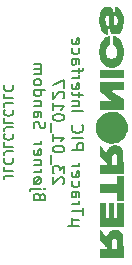
<source format=gbo>
G04 #@! TF.GenerationSoftware,KiCad,Pcbnew,(6.0.10)*
G04 #@! TF.CreationDate,2023-01-05T11:17:19+01:00*
G04 #@! TF.ProjectId,PIC_Interface,5049435f-496e-4746-9572-666163652e6b,rev?*
G04 #@! TF.SameCoordinates,Original*
G04 #@! TF.FileFunction,Legend,Bot*
G04 #@! TF.FilePolarity,Positive*
%FSLAX46Y46*%
G04 Gerber Fmt 4.6, Leading zero omitted, Abs format (unit mm)*
G04 Created by KiCad (PCBNEW (6.0.10)) date 2023-01-05 11:17:19*
%MOMM*%
%LPD*%
G01*
G04 APERTURE LIST*
G04 Aperture macros list*
%AMRoundRect*
0 Rectangle with rounded corners*
0 $1 Rounding radius*
0 $2 $3 $4 $5 $6 $7 $8 $9 X,Y pos of 4 corners*
0 Add a 4 corners polygon primitive as box body*
4,1,4,$2,$3,$4,$5,$6,$7,$8,$9,$2,$3,0*
0 Add four circle primitives for the rounded corners*
1,1,$1+$1,$2,$3*
1,1,$1+$1,$4,$5*
1,1,$1+$1,$6,$7*
1,1,$1+$1,$8,$9*
0 Add four rect primitives between the rounded corners*
20,1,$1+$1,$2,$3,$4,$5,0*
20,1,$1+$1,$4,$5,$6,$7,0*
20,1,$1+$1,$6,$7,$8,$9,0*
20,1,$1+$1,$8,$9,$2,$3,0*%
G04 Aperture macros list end*
%ADD10C,0.150000*%
%ADD11O,1.700000X2.200000*%
%ADD12R,1.700000X2.200000*%
%ADD13RoundRect,0.450000X-0.900000X-0.450000X0.900000X-0.450000X0.900000X0.450000X-0.900000X0.450000X0*%
G04 APERTURE END LIST*
D10*
X138438095Y-89695238D02*
X137866666Y-89695238D01*
X137752380Y-89733333D01*
X137676190Y-89809523D01*
X137638095Y-89923809D01*
X137638095Y-90000000D01*
X137638095Y-88933333D02*
X137638095Y-89314285D01*
X138438095Y-89314285D01*
X137714285Y-88209523D02*
X137676190Y-88247619D01*
X137638095Y-88361904D01*
X137638095Y-88438095D01*
X137676190Y-88552380D01*
X137752380Y-88628571D01*
X137828571Y-88666666D01*
X137980952Y-88704761D01*
X138095238Y-88704761D01*
X138247619Y-88666666D01*
X138323809Y-88628571D01*
X138400000Y-88552380D01*
X138438095Y-88438095D01*
X138438095Y-88361904D01*
X138400000Y-88247619D01*
X138361904Y-88209523D01*
X138438095Y-87638095D02*
X137866666Y-87638095D01*
X137752380Y-87676190D01*
X137676190Y-87752380D01*
X137638095Y-87866666D01*
X137638095Y-87942857D01*
X137638095Y-86876190D02*
X137638095Y-87257142D01*
X138438095Y-87257142D01*
X137714285Y-86152380D02*
X137676190Y-86190476D01*
X137638095Y-86304761D01*
X137638095Y-86380952D01*
X137676190Y-86495238D01*
X137752380Y-86571428D01*
X137828571Y-86609523D01*
X137980952Y-86647619D01*
X138095238Y-86647619D01*
X138247619Y-86609523D01*
X138323809Y-86571428D01*
X138400000Y-86495238D01*
X138438095Y-86380952D01*
X138438095Y-86304761D01*
X138400000Y-86190476D01*
X138361904Y-86152380D01*
X138438095Y-85580952D02*
X137866666Y-85580952D01*
X137752380Y-85619047D01*
X137676190Y-85695238D01*
X137638095Y-85809523D01*
X137638095Y-85885714D01*
X137638095Y-84819047D02*
X137638095Y-85200000D01*
X138438095Y-85200000D01*
X137714285Y-84095238D02*
X137676190Y-84133333D01*
X137638095Y-84247619D01*
X137638095Y-84323809D01*
X137676190Y-84438095D01*
X137752380Y-84514285D01*
X137828571Y-84552380D01*
X137980952Y-84590476D01*
X138095238Y-84590476D01*
X138247619Y-84552380D01*
X138323809Y-84514285D01*
X138400000Y-84438095D01*
X138438095Y-84323809D01*
X138438095Y-84247619D01*
X138400000Y-84133333D01*
X138361904Y-84095238D01*
X138438095Y-83523809D02*
X137866666Y-83523809D01*
X137752380Y-83561904D01*
X137676190Y-83638095D01*
X137638095Y-83752380D01*
X137638095Y-83828571D01*
X137638095Y-82761904D02*
X137638095Y-83142857D01*
X138438095Y-83142857D01*
X137714285Y-82038095D02*
X137676190Y-82076190D01*
X137638095Y-82190476D01*
X137638095Y-82266666D01*
X137676190Y-82380952D01*
X137752380Y-82457142D01*
X137828571Y-82495238D01*
X137980952Y-82533333D01*
X138095238Y-82533333D01*
X138247619Y-82495238D01*
X138323809Y-82457142D01*
X138400000Y-82380952D01*
X138438095Y-82266666D01*
X138438095Y-82190476D01*
X138400000Y-82076190D01*
X138361904Y-82038095D01*
X144024285Y-93904761D02*
X143024285Y-93904761D01*
X143500476Y-93428571D02*
X143405238Y-93380952D01*
X143357619Y-93285714D01*
X143500476Y-93904761D02*
X143405238Y-93857142D01*
X143357619Y-93761904D01*
X143357619Y-93571428D01*
X143405238Y-93476190D01*
X143500476Y-93428571D01*
X144024285Y-93428571D01*
X144357619Y-93000000D02*
X144357619Y-92428571D01*
X143357619Y-92714285D02*
X144357619Y-92714285D01*
X143357619Y-92095238D02*
X144024285Y-92095238D01*
X143833809Y-92095238D02*
X143929047Y-92047619D01*
X143976666Y-92000000D01*
X144024285Y-91904761D01*
X144024285Y-91809523D01*
X143357619Y-91047619D02*
X143881428Y-91047619D01*
X143976666Y-91095238D01*
X144024285Y-91190476D01*
X144024285Y-91380952D01*
X143976666Y-91476190D01*
X143405238Y-91047619D02*
X143357619Y-91142857D01*
X143357619Y-91380952D01*
X143405238Y-91476190D01*
X143500476Y-91523809D01*
X143595714Y-91523809D01*
X143690952Y-91476190D01*
X143738571Y-91380952D01*
X143738571Y-91142857D01*
X143786190Y-91047619D01*
X143405238Y-90142857D02*
X143357619Y-90238095D01*
X143357619Y-90428571D01*
X143405238Y-90523809D01*
X143452857Y-90571428D01*
X143548095Y-90619047D01*
X143833809Y-90619047D01*
X143929047Y-90571428D01*
X143976666Y-90523809D01*
X144024285Y-90428571D01*
X144024285Y-90238095D01*
X143976666Y-90142857D01*
X143405238Y-89333333D02*
X143357619Y-89428571D01*
X143357619Y-89619047D01*
X143405238Y-89714285D01*
X143500476Y-89761904D01*
X143881428Y-89761904D01*
X143976666Y-89714285D01*
X144024285Y-89619047D01*
X144024285Y-89428571D01*
X143976666Y-89333333D01*
X143881428Y-89285714D01*
X143786190Y-89285714D01*
X143690952Y-89761904D01*
X143357619Y-88857142D02*
X144024285Y-88857142D01*
X143833809Y-88857142D02*
X143929047Y-88809523D01*
X143976666Y-88761904D01*
X144024285Y-88666666D01*
X144024285Y-88571428D01*
X143357619Y-87476190D02*
X144357619Y-87476190D01*
X144357619Y-87095238D01*
X144310000Y-87000000D01*
X144262380Y-86952380D01*
X144167142Y-86904761D01*
X144024285Y-86904761D01*
X143929047Y-86952380D01*
X143881428Y-87000000D01*
X143833809Y-87095238D01*
X143833809Y-87476190D01*
X143357619Y-86476190D02*
X144357619Y-86476190D01*
X143452857Y-85428571D02*
X143405238Y-85476190D01*
X143357619Y-85619047D01*
X143357619Y-85714285D01*
X143405238Y-85857142D01*
X143500476Y-85952380D01*
X143595714Y-86000000D01*
X143786190Y-86047619D01*
X143929047Y-86047619D01*
X144119523Y-86000000D01*
X144214761Y-85952380D01*
X144310000Y-85857142D01*
X144357619Y-85714285D01*
X144357619Y-85619047D01*
X144310000Y-85476190D01*
X144262380Y-85428571D01*
X143357619Y-84238095D02*
X144357619Y-84238095D01*
X144024285Y-83761904D02*
X143357619Y-83761904D01*
X143929047Y-83761904D02*
X143976666Y-83714285D01*
X144024285Y-83619047D01*
X144024285Y-83476190D01*
X143976666Y-83380952D01*
X143881428Y-83333333D01*
X143357619Y-83333333D01*
X144024285Y-83000000D02*
X144024285Y-82619047D01*
X144357619Y-82857142D02*
X143500476Y-82857142D01*
X143405238Y-82809523D01*
X143357619Y-82714285D01*
X143357619Y-82619047D01*
X143405238Y-81904761D02*
X143357619Y-82000000D01*
X143357619Y-82190476D01*
X143405238Y-82285714D01*
X143500476Y-82333333D01*
X143881428Y-82333333D01*
X143976666Y-82285714D01*
X144024285Y-82190476D01*
X144024285Y-82000000D01*
X143976666Y-81904761D01*
X143881428Y-81857142D01*
X143786190Y-81857142D01*
X143690952Y-82333333D01*
X143357619Y-81428571D02*
X144024285Y-81428571D01*
X143833809Y-81428571D02*
X143929047Y-81380952D01*
X143976666Y-81333333D01*
X144024285Y-81238095D01*
X144024285Y-81142857D01*
X144024285Y-80952380D02*
X144024285Y-80571428D01*
X143357619Y-80809523D02*
X144214761Y-80809523D01*
X144310000Y-80761904D01*
X144357619Y-80666666D01*
X144357619Y-80571428D01*
X143357619Y-79809523D02*
X143881428Y-79809523D01*
X143976666Y-79857142D01*
X144024285Y-79952380D01*
X144024285Y-80142857D01*
X143976666Y-80238095D01*
X143405238Y-79809523D02*
X143357619Y-79904761D01*
X143357619Y-80142857D01*
X143405238Y-80238095D01*
X143500476Y-80285714D01*
X143595714Y-80285714D01*
X143690952Y-80238095D01*
X143738571Y-80142857D01*
X143738571Y-79904761D01*
X143786190Y-79809523D01*
X143405238Y-78904761D02*
X143357619Y-79000000D01*
X143357619Y-79190476D01*
X143405238Y-79285714D01*
X143452857Y-79333333D01*
X143548095Y-79380952D01*
X143833809Y-79380952D01*
X143929047Y-79333333D01*
X143976666Y-79285714D01*
X144024285Y-79190476D01*
X144024285Y-79000000D01*
X143976666Y-78904761D01*
X143405238Y-78095238D02*
X143357619Y-78190476D01*
X143357619Y-78380952D01*
X143405238Y-78476190D01*
X143500476Y-78523809D01*
X143881428Y-78523809D01*
X143976666Y-78476190D01*
X144024285Y-78380952D01*
X144024285Y-78190476D01*
X143976666Y-78095238D01*
X143881428Y-78047619D01*
X143786190Y-78047619D01*
X143690952Y-78523809D01*
X142652380Y-90380952D02*
X142700000Y-90333333D01*
X142747619Y-90238095D01*
X142747619Y-90000000D01*
X142700000Y-89904761D01*
X142652380Y-89857142D01*
X142557142Y-89809523D01*
X142461904Y-89809523D01*
X142319047Y-89857142D01*
X141747619Y-90428571D01*
X141747619Y-89809523D01*
X142747619Y-89476190D02*
X142747619Y-88857142D01*
X142366666Y-89190476D01*
X142366666Y-89047619D01*
X142319047Y-88952380D01*
X142271428Y-88904761D01*
X142176190Y-88857142D01*
X141938095Y-88857142D01*
X141842857Y-88904761D01*
X141795238Y-88952380D01*
X141747619Y-89047619D01*
X141747619Y-89333333D01*
X141795238Y-89428571D01*
X141842857Y-89476190D01*
X141652380Y-88666666D02*
X141652380Y-87904761D01*
X142747619Y-87476190D02*
X142747619Y-87380952D01*
X142700000Y-87285714D01*
X142652380Y-87238095D01*
X142557142Y-87190476D01*
X142366666Y-87142857D01*
X142128571Y-87142857D01*
X141938095Y-87190476D01*
X141842857Y-87238095D01*
X141795238Y-87285714D01*
X141747619Y-87380952D01*
X141747619Y-87476190D01*
X141795238Y-87571428D01*
X141842857Y-87619047D01*
X141938095Y-87666666D01*
X142128571Y-87714285D01*
X142366666Y-87714285D01*
X142557142Y-87666666D01*
X142652380Y-87619047D01*
X142700000Y-87571428D01*
X142747619Y-87476190D01*
X141747619Y-86190476D02*
X141747619Y-86761904D01*
X141747619Y-86476190D02*
X142747619Y-86476190D01*
X142604761Y-86571428D01*
X142509523Y-86666666D01*
X142461904Y-86761904D01*
X141652380Y-86000000D02*
X141652380Y-85238095D01*
X142747619Y-84809523D02*
X142747619Y-84714285D01*
X142700000Y-84619047D01*
X142652380Y-84571428D01*
X142557142Y-84523809D01*
X142366666Y-84476190D01*
X142128571Y-84476190D01*
X141938095Y-84523809D01*
X141842857Y-84571428D01*
X141795238Y-84619047D01*
X141747619Y-84714285D01*
X141747619Y-84809523D01*
X141795238Y-84904761D01*
X141842857Y-84952380D01*
X141938095Y-85000000D01*
X142128571Y-85047619D01*
X142366666Y-85047619D01*
X142557142Y-85000000D01*
X142652380Y-84952380D01*
X142700000Y-84904761D01*
X142747619Y-84809523D01*
X141747619Y-83523809D02*
X141747619Y-84095238D01*
X141747619Y-83809523D02*
X142747619Y-83809523D01*
X142604761Y-83904761D01*
X142509523Y-84000000D01*
X142461904Y-84095238D01*
X142652380Y-83142857D02*
X142700000Y-83095238D01*
X142747619Y-83000000D01*
X142747619Y-82761904D01*
X142700000Y-82666666D01*
X142652380Y-82619047D01*
X142557142Y-82571428D01*
X142461904Y-82571428D01*
X142319047Y-82619047D01*
X141747619Y-83190476D01*
X141747619Y-82571428D01*
X142747619Y-82238095D02*
X142747619Y-81571428D01*
X141747619Y-82000000D01*
X140661428Y-91452380D02*
X140613809Y-91309523D01*
X140566190Y-91261904D01*
X140470952Y-91214285D01*
X140328095Y-91214285D01*
X140232857Y-91261904D01*
X140185238Y-91309523D01*
X140137619Y-91404761D01*
X140137619Y-91785714D01*
X141137619Y-91785714D01*
X141137619Y-91452380D01*
X141090000Y-91357142D01*
X141042380Y-91309523D01*
X140947142Y-91261904D01*
X140851904Y-91261904D01*
X140756666Y-91309523D01*
X140709047Y-91357142D01*
X140661428Y-91452380D01*
X140661428Y-91785714D01*
X140804285Y-90785714D02*
X139947142Y-90785714D01*
X139851904Y-90833333D01*
X139804285Y-90928571D01*
X139804285Y-90976190D01*
X141137619Y-90785714D02*
X141090000Y-90833333D01*
X141042380Y-90785714D01*
X141090000Y-90738095D01*
X141137619Y-90785714D01*
X141042380Y-90785714D01*
X140804285Y-89785714D02*
X140137619Y-90404761D01*
X140137619Y-90166666D02*
X140185238Y-90261904D01*
X140232857Y-90309523D01*
X140328095Y-90357142D01*
X140613809Y-90357142D01*
X140709047Y-90309523D01*
X140756666Y-90261904D01*
X140804285Y-90166666D01*
X140804285Y-90023809D01*
X140756666Y-89928571D01*
X140709047Y-89880952D01*
X140613809Y-89833333D01*
X140328095Y-89833333D01*
X140232857Y-89880952D01*
X140185238Y-89928571D01*
X140137619Y-90023809D01*
X140137619Y-90166666D01*
X140137619Y-89404761D02*
X140804285Y-89404761D01*
X140613809Y-89404761D02*
X140709047Y-89357142D01*
X140756666Y-89309523D01*
X140804285Y-89214285D01*
X140804285Y-89119047D01*
X140804285Y-88785714D02*
X140137619Y-88785714D01*
X140709047Y-88785714D02*
X140756666Y-88738095D01*
X140804285Y-88642857D01*
X140804285Y-88500000D01*
X140756666Y-88404761D01*
X140661428Y-88357142D01*
X140137619Y-88357142D01*
X140185238Y-87500000D02*
X140137619Y-87595238D01*
X140137619Y-87785714D01*
X140185238Y-87880952D01*
X140280476Y-87928571D01*
X140661428Y-87928571D01*
X140756666Y-87880952D01*
X140804285Y-87785714D01*
X140804285Y-87595238D01*
X140756666Y-87500000D01*
X140661428Y-87452380D01*
X140566190Y-87452380D01*
X140470952Y-87928571D01*
X140137619Y-87023809D02*
X140804285Y-87023809D01*
X140613809Y-87023809D02*
X140709047Y-86976190D01*
X140756666Y-86928571D01*
X140804285Y-86833333D01*
X140804285Y-86738095D01*
X140185238Y-85690476D02*
X140137619Y-85547619D01*
X140137619Y-85309523D01*
X140185238Y-85214285D01*
X140232857Y-85166666D01*
X140328095Y-85119047D01*
X140423333Y-85119047D01*
X140518571Y-85166666D01*
X140566190Y-85214285D01*
X140613809Y-85309523D01*
X140661428Y-85500000D01*
X140709047Y-85595238D01*
X140756666Y-85642857D01*
X140851904Y-85690476D01*
X140947142Y-85690476D01*
X141042380Y-85642857D01*
X141090000Y-85595238D01*
X141137619Y-85500000D01*
X141137619Y-85261904D01*
X141090000Y-85119047D01*
X140137619Y-84261904D02*
X140661428Y-84261904D01*
X140756666Y-84309523D01*
X140804285Y-84404761D01*
X140804285Y-84595238D01*
X140756666Y-84690476D01*
X140185238Y-84261904D02*
X140137619Y-84357142D01*
X140137619Y-84595238D01*
X140185238Y-84690476D01*
X140280476Y-84738095D01*
X140375714Y-84738095D01*
X140470952Y-84690476D01*
X140518571Y-84595238D01*
X140518571Y-84357142D01*
X140566190Y-84261904D01*
X140804285Y-83785714D02*
X140137619Y-83785714D01*
X140709047Y-83785714D02*
X140756666Y-83738095D01*
X140804285Y-83642857D01*
X140804285Y-83500000D01*
X140756666Y-83404761D01*
X140661428Y-83357142D01*
X140137619Y-83357142D01*
X140137619Y-82452380D02*
X141137619Y-82452380D01*
X140185238Y-82452380D02*
X140137619Y-82547619D01*
X140137619Y-82738095D01*
X140185238Y-82833333D01*
X140232857Y-82880952D01*
X140328095Y-82928571D01*
X140613809Y-82928571D01*
X140709047Y-82880952D01*
X140756666Y-82833333D01*
X140804285Y-82738095D01*
X140804285Y-82547619D01*
X140756666Y-82452380D01*
X140137619Y-81833333D02*
X140185238Y-81928571D01*
X140232857Y-81976190D01*
X140328095Y-82023809D01*
X140613809Y-82023809D01*
X140709047Y-81976190D01*
X140756666Y-81928571D01*
X140804285Y-81833333D01*
X140804285Y-81690476D01*
X140756666Y-81595238D01*
X140709047Y-81547619D01*
X140613809Y-81500000D01*
X140328095Y-81500000D01*
X140232857Y-81547619D01*
X140185238Y-81595238D01*
X140137619Y-81690476D01*
X140137619Y-81833333D01*
X140137619Y-81071428D02*
X140804285Y-81071428D01*
X140709047Y-81071428D02*
X140756666Y-81023809D01*
X140804285Y-80928571D01*
X140804285Y-80785714D01*
X140756666Y-80690476D01*
X140661428Y-80642857D01*
X140137619Y-80642857D01*
X140661428Y-80642857D02*
X140756666Y-80595238D01*
X140804285Y-80500000D01*
X140804285Y-80357142D01*
X140756666Y-80261904D01*
X140661428Y-80214285D01*
X140137619Y-80214285D01*
G36*
X145726490Y-95889087D02*
G01*
X146359094Y-95889087D01*
X146780830Y-95889087D01*
X147221736Y-95889087D01*
X147221736Y-95533830D01*
X147221724Y-95516030D01*
X147220103Y-95363160D01*
X147214531Y-95244034D01*
X147203290Y-95154533D01*
X147184661Y-95090539D01*
X147156924Y-95047935D01*
X147118359Y-95022601D01*
X147067247Y-95010421D01*
X147001869Y-95007276D01*
X146910975Y-95019786D01*
X146842842Y-95059448D01*
X146801434Y-95126420D01*
X146796316Y-95151044D01*
X146790041Y-95213860D01*
X146785146Y-95303614D01*
X146781965Y-95413649D01*
X146780830Y-95537306D01*
X146780830Y-95889087D01*
X146359094Y-95889087D01*
X146359094Y-95829907D01*
X146359093Y-95829404D01*
X146355574Y-95806751D01*
X146343254Y-95779426D01*
X146319084Y-95743686D01*
X146280016Y-95695788D01*
X146223001Y-95631989D01*
X146144991Y-95548547D01*
X146042938Y-95441718D01*
X145726781Y-95112710D01*
X145726636Y-94656443D01*
X145726490Y-94200177D01*
X146025301Y-94551009D01*
X146083806Y-94619352D01*
X146162431Y-94710019D01*
X146230550Y-94787186D01*
X146284615Y-94846897D01*
X146321081Y-94885193D01*
X146336401Y-94898118D01*
X146346216Y-94880907D01*
X146361623Y-94835937D01*
X146378769Y-94773514D01*
X146394305Y-94715755D01*
X146436979Y-94598343D01*
X146491877Y-94502635D01*
X146565080Y-94416990D01*
X146574448Y-94407752D01*
X146661139Y-94336795D01*
X146755508Y-94288516D01*
X146867200Y-94259150D01*
X147005859Y-94244933D01*
X147133340Y-94245801D01*
X147290888Y-94272921D01*
X147425908Y-94330832D01*
X147539454Y-94420211D01*
X147632579Y-94541738D01*
X147706340Y-94696091D01*
X147711450Y-94709912D01*
X147720199Y-94736337D01*
X147727471Y-94765052D01*
X147733433Y-94799663D01*
X147738254Y-94843773D01*
X147742100Y-94900988D01*
X147745141Y-94974912D01*
X147747545Y-95069151D01*
X147749479Y-95187310D01*
X147751111Y-95332993D01*
X147752611Y-95509805D01*
X147754145Y-95721351D01*
X147760541Y-96636710D01*
X145726490Y-96636710D01*
X145726490Y-95889087D01*
G37*
G36*
X145726490Y-88757917D02*
G01*
X146359094Y-88757917D01*
X146780830Y-88757917D01*
X147221736Y-88757917D01*
X147221736Y-88402660D01*
X147221724Y-88384860D01*
X147220103Y-88231991D01*
X147214531Y-88112864D01*
X147203290Y-88023363D01*
X147184661Y-87959370D01*
X147156924Y-87916765D01*
X147118359Y-87891431D01*
X147067247Y-87879251D01*
X147001869Y-87876106D01*
X146910975Y-87888617D01*
X146842842Y-87928279D01*
X146801434Y-87995250D01*
X146796316Y-88019874D01*
X146790041Y-88082690D01*
X146785146Y-88172444D01*
X146781965Y-88282479D01*
X146780830Y-88406137D01*
X146780830Y-88757917D01*
X146359094Y-88757917D01*
X146359094Y-88698737D01*
X146359093Y-88698234D01*
X146355574Y-88675581D01*
X146343254Y-88648256D01*
X146319084Y-88612516D01*
X146280016Y-88564618D01*
X146223001Y-88500819D01*
X146144991Y-88417377D01*
X146042938Y-88310548D01*
X145726781Y-87981540D01*
X145726636Y-87525274D01*
X145726490Y-87069007D01*
X146025301Y-87419840D01*
X146083806Y-87488182D01*
X146162431Y-87578849D01*
X146230550Y-87656016D01*
X146284615Y-87715727D01*
X146321081Y-87754023D01*
X146336401Y-87766948D01*
X146346216Y-87749737D01*
X146361623Y-87704767D01*
X146378769Y-87642344D01*
X146394305Y-87584585D01*
X146436979Y-87467173D01*
X146491877Y-87371465D01*
X146565080Y-87285821D01*
X146574448Y-87276582D01*
X146661139Y-87205626D01*
X146755508Y-87157346D01*
X146867200Y-87127980D01*
X147005859Y-87113763D01*
X147133340Y-87114631D01*
X147290888Y-87141751D01*
X147425908Y-87199662D01*
X147539454Y-87289041D01*
X147632579Y-87410568D01*
X147706340Y-87564921D01*
X147711450Y-87578742D01*
X147720199Y-87605167D01*
X147727471Y-87633883D01*
X147733433Y-87668493D01*
X147738254Y-87712603D01*
X147742100Y-87769818D01*
X147745141Y-87843742D01*
X147747545Y-87937981D01*
X147749479Y-88056140D01*
X147751111Y-88201823D01*
X147752611Y-88378635D01*
X147754145Y-88590182D01*
X147760541Y-89505540D01*
X145726490Y-89505540D01*
X145726490Y-88757917D01*
G37*
G36*
X147758490Y-81454219D02*
G01*
X145726490Y-81454219D01*
X145726490Y-80706597D01*
X147758490Y-80706597D01*
X147758490Y-81454219D01*
G37*
G36*
X147758490Y-82470219D02*
G01*
X147231320Y-82470219D01*
X147104823Y-82470431D01*
X146968350Y-82471442D01*
X146864292Y-82473428D01*
X146789274Y-82476541D01*
X146739924Y-82480936D01*
X146712868Y-82486765D01*
X146704732Y-82494182D01*
X146711777Y-82502733D01*
X146746559Y-82531445D01*
X146807083Y-82576858D01*
X146889613Y-82636295D01*
X146990415Y-82707080D01*
X147105756Y-82786537D01*
X147231902Y-82871990D01*
X147758490Y-83225835D01*
X147758490Y-84099653D01*
X145726490Y-84099653D01*
X145726490Y-83352031D01*
X146234490Y-83352031D01*
X146367118Y-83351512D01*
X146488957Y-83350013D01*
X146592400Y-83347678D01*
X146672460Y-83344655D01*
X146724152Y-83341089D01*
X146742490Y-83337127D01*
X146736572Y-83330620D01*
X146703927Y-83303836D01*
X146645972Y-83259310D01*
X146566379Y-83199779D01*
X146468821Y-83127979D01*
X146356969Y-83046648D01*
X146234496Y-82958523D01*
X145726501Y-82594823D01*
X145726496Y-82168295D01*
X145726490Y-81741766D01*
X147758490Y-81741766D01*
X147758490Y-82470219D01*
G37*
G36*
X146948566Y-77844621D02*
G01*
X147006953Y-77855850D01*
X147167739Y-77912159D01*
X147313283Y-78002395D01*
X147442208Y-78125074D01*
X147553138Y-78278707D01*
X147644697Y-78461808D01*
X147715508Y-78672891D01*
X147733501Y-78744042D01*
X147747147Y-78811014D01*
X147756268Y-78879036D01*
X147761781Y-78957426D01*
X147764603Y-79055507D01*
X147765650Y-79182597D01*
X147765652Y-79266403D01*
X147764071Y-79377682D01*
X147759848Y-79465547D01*
X147752200Y-79539233D01*
X147740348Y-79607976D01*
X147723509Y-79681012D01*
X147695486Y-79780109D01*
X147616224Y-79979368D01*
X147514030Y-80151280D01*
X147390380Y-80294306D01*
X147246747Y-80406908D01*
X147084607Y-80487546D01*
X146905434Y-80534682D01*
X146778598Y-80546290D01*
X146595058Y-80535504D01*
X146420862Y-80493896D01*
X146362877Y-80471705D01*
X146203009Y-80383820D01*
X146063271Y-80264592D01*
X145944811Y-80115651D01*
X145848771Y-79938632D01*
X145776299Y-79735165D01*
X145728537Y-79506883D01*
X145717784Y-79412047D01*
X145710360Y-79235479D01*
X145715892Y-79049869D01*
X145733496Y-78866768D01*
X145762290Y-78697728D01*
X145801389Y-78554300D01*
X145856867Y-78416943D01*
X145953433Y-78244884D01*
X146069281Y-78100162D01*
X146201925Y-77985238D01*
X146348880Y-77902576D01*
X146507660Y-77854636D01*
X146608302Y-77836359D01*
X146608302Y-78612436D01*
X146553309Y-78635215D01*
X146539073Y-78641762D01*
X146463960Y-78695984D01*
X146393515Y-78777117D01*
X146336114Y-78875880D01*
X146317191Y-78921520D01*
X146304214Y-78968272D01*
X146296559Y-79024328D01*
X146292922Y-79099359D01*
X146292000Y-79203035D01*
X146292174Y-79268776D01*
X146293911Y-79349543D01*
X146298889Y-79407943D01*
X146308761Y-79453827D01*
X146325181Y-79497046D01*
X146349803Y-79547453D01*
X146389555Y-79613464D01*
X146473695Y-79701536D01*
X146578775Y-79757680D01*
X146706296Y-79782889D01*
X146784338Y-79782810D01*
X146908665Y-79755316D01*
X147015599Y-79694686D01*
X147102240Y-79602819D01*
X147165690Y-79481617D01*
X147174661Y-79454516D01*
X147195296Y-79346987D01*
X147202550Y-79221833D01*
X147196818Y-79092580D01*
X147178497Y-78972753D01*
X147147981Y-78875880D01*
X147138588Y-78856087D01*
X147078770Y-78760164D01*
X147006972Y-78683396D01*
X146931672Y-78635215D01*
X146876679Y-78612436D01*
X146876679Y-77833535D01*
X146948566Y-77844621D01*
G37*
G36*
X146940622Y-84267965D02*
G01*
X147160707Y-84316675D01*
X147375094Y-84401749D01*
X147376772Y-84402574D01*
X147473598Y-84453483D01*
X147552241Y-84504153D01*
X147626659Y-84564711D01*
X147710813Y-84645284D01*
X147775713Y-84713491D01*
X147895501Y-84864164D01*
X147987859Y-85023264D01*
X148059762Y-85201917D01*
X148067889Y-85226716D01*
X148086881Y-85291594D01*
X148099350Y-85352093D01*
X148106618Y-85418889D01*
X148110009Y-85502656D01*
X148110845Y-85614068D01*
X148110766Y-85655479D01*
X148109215Y-85756353D01*
X148104661Y-85833190D01*
X148095784Y-85896664D01*
X148081258Y-85957449D01*
X148059762Y-86026219D01*
X147979256Y-86221699D01*
X147870496Y-86399574D01*
X147729736Y-86563350D01*
X147640249Y-86646356D01*
X147457406Y-86778818D01*
X147260864Y-86877526D01*
X147054151Y-86941838D01*
X146840794Y-86971112D01*
X146624324Y-86964706D01*
X146408266Y-86921979D01*
X146196151Y-86842288D01*
X146178862Y-86834017D01*
X146000436Y-86732235D01*
X145843655Y-86612309D01*
X145716639Y-86480369D01*
X145695702Y-86453076D01*
X145631354Y-86355511D01*
X145567992Y-86241976D01*
X145511299Y-86123995D01*
X145466959Y-86013090D01*
X145440653Y-85920785D01*
X145432386Y-85878308D01*
X145420445Y-85817077D01*
X145412601Y-85777012D01*
X145409645Y-85760191D01*
X145402041Y-85647929D01*
X145408742Y-85514785D01*
X145428214Y-85372575D01*
X145458926Y-85233114D01*
X145499344Y-85108218D01*
X145551690Y-84995523D01*
X145654244Y-84832143D01*
X145780524Y-84678687D01*
X145922426Y-84544624D01*
X146071841Y-84439427D01*
X146080300Y-84434542D01*
X146284680Y-84338908D01*
X146498760Y-84279193D01*
X146718690Y-84255508D01*
X146940622Y-84267965D01*
G37*
G36*
X147758490Y-91844257D02*
G01*
X147202566Y-91844257D01*
X147202566Y-91134974D01*
X145726490Y-91134974D01*
X145726490Y-90387351D01*
X147202566Y-90387351D01*
X147202566Y-89678068D01*
X147758490Y-89678068D01*
X147758490Y-91844257D01*
G37*
G36*
X146282415Y-93281993D02*
G01*
X146493283Y-93281993D01*
X146493283Y-91978446D01*
X146972528Y-91978446D01*
X146972528Y-93281993D01*
X147202566Y-93281993D01*
X147202566Y-91978446D01*
X147758490Y-91978446D01*
X147758490Y-94029616D01*
X145726490Y-94029616D01*
X145726490Y-91978446D01*
X146282415Y-91978446D01*
X146282415Y-93281993D01*
G37*
G36*
X146506235Y-75376946D02*
G01*
X146641321Y-75423963D01*
X146752097Y-75500520D01*
X146838105Y-75606257D01*
X146898883Y-75740814D01*
X146904927Y-75760258D01*
X146916430Y-75804050D01*
X146925523Y-75852790D01*
X146932672Y-75912043D01*
X146938342Y-75987373D01*
X146943000Y-76084346D01*
X146947110Y-76208526D01*
X146951138Y-76365479D01*
X146953142Y-76447495D01*
X146957005Y-76584785D01*
X146961014Y-76690804D01*
X146965559Y-76770260D01*
X146971033Y-76827861D01*
X146977825Y-76868315D01*
X146986328Y-76896329D01*
X146996932Y-76916611D01*
X147019844Y-76943324D01*
X147072721Y-76968483D01*
X147129905Y-76960086D01*
X147181940Y-76918056D01*
X147201931Y-76889066D01*
X147238192Y-76801593D01*
X147255565Y-76689026D01*
X147254958Y-76546748D01*
X147248929Y-76475377D01*
X147224189Y-76344471D01*
X147182776Y-76244912D01*
X147123777Y-76174103D01*
X147068377Y-76127487D01*
X147068377Y-75372489D01*
X147146815Y-75385032D01*
X147258734Y-75415847D01*
X147381495Y-75484231D01*
X147489728Y-75584458D01*
X147582303Y-75714111D01*
X147658091Y-75870777D01*
X147715963Y-76052041D01*
X147754790Y-76255489D01*
X147773442Y-76478705D01*
X147770791Y-76719276D01*
X147747169Y-76953754D01*
X147703768Y-77159831D01*
X147641062Y-77335596D01*
X147559473Y-77480114D01*
X147459423Y-77592450D01*
X147341333Y-77671669D01*
X147290761Y-77694791D01*
X147231018Y-77714123D01*
X147165480Y-77723213D01*
X147077962Y-77725359D01*
X146995949Y-77721851D01*
X146889241Y-77701145D01*
X146799733Y-77658247D01*
X146716497Y-77589035D01*
X146687414Y-77558262D01*
X146648276Y-77507905D01*
X146616807Y-77451554D01*
X146592028Y-77384588D01*
X146572961Y-77302388D01*
X146558626Y-77200334D01*
X146548045Y-77073808D01*
X146540239Y-76918190D01*
X146534229Y-76728861D01*
X146531626Y-76633577D01*
X146526870Y-76489570D01*
X146521420Y-76377324D01*
X146514566Y-76292615D01*
X146505599Y-76231214D01*
X146493809Y-76188895D01*
X146478488Y-76161432D01*
X146458924Y-76144597D01*
X146434410Y-76134164D01*
X146379681Y-76125977D01*
X146320412Y-76146594D01*
X146275308Y-76202322D01*
X146244667Y-76292751D01*
X146228783Y-76417473D01*
X146227040Y-76462512D01*
X146232411Y-76596412D01*
X146252206Y-76721851D01*
X146284455Y-76831500D01*
X146327186Y-76918029D01*
X146378431Y-76974111D01*
X146382419Y-76976989D01*
X146394840Y-76988855D01*
X146403777Y-77006622D01*
X146409689Y-77035695D01*
X146413032Y-77081479D01*
X146414266Y-77149379D01*
X146413847Y-77244801D01*
X146412234Y-77373151D01*
X146407019Y-77744861D01*
X146349509Y-77738622D01*
X146286198Y-77724720D01*
X146189364Y-77684734D01*
X146093873Y-77627439D01*
X146013995Y-77560414D01*
X145966042Y-77504596D01*
X145883764Y-77374427D01*
X145814659Y-77217787D01*
X145761603Y-77041769D01*
X145727469Y-76853465D01*
X145725802Y-76839089D01*
X145717805Y-76729706D01*
X145714398Y-76598904D01*
X145715268Y-76456628D01*
X145720102Y-76312821D01*
X145728586Y-76177428D01*
X145740407Y-76060390D01*
X145755252Y-75971653D01*
X145776744Y-75889065D01*
X145840147Y-75722382D01*
X145922701Y-75585591D01*
X146022997Y-75479988D01*
X146139624Y-75406872D01*
X146271173Y-75367540D01*
X146416233Y-75363290D01*
X146506235Y-75376946D01*
G37*
%LPC*%
D11*
X146810000Y-124750000D03*
X144270000Y-124750000D03*
X141730000Y-124750000D03*
D12*
X139190000Y-124750000D03*
D13*
X150615000Y-67000000D03*
X150615000Y-69540000D03*
X150615000Y-72080000D03*
X150615000Y-74620000D03*
X150615000Y-77160000D03*
X150615000Y-79700000D03*
X150615000Y-82240000D03*
X150615000Y-84780000D03*
X150615000Y-87320000D03*
X150615000Y-89860000D03*
X150615000Y-92400000D03*
X150615000Y-94940000D03*
X150615000Y-97480000D03*
X150615000Y-100020000D03*
X150615000Y-102560000D03*
X150615000Y-105100000D03*
X150615000Y-107640000D03*
X150615000Y-110180000D03*
X150615000Y-112720000D03*
X150615000Y-115260000D03*
X135375000Y-115260000D03*
X135375000Y-112720000D03*
X135375000Y-110180000D03*
X135375000Y-107640000D03*
X135375000Y-105100000D03*
X135375000Y-102560000D03*
X135375000Y-100020000D03*
X135375000Y-97480000D03*
X135375000Y-94940000D03*
X135375000Y-92400000D03*
X135375000Y-89860000D03*
X135375000Y-87320000D03*
X135375000Y-84780000D03*
X135375000Y-82240000D03*
X135375000Y-79700000D03*
X135375000Y-77160000D03*
X135375000Y-74620000D03*
X135375000Y-72080000D03*
X135375000Y-69540000D03*
X135375000Y-67000000D03*
M02*

</source>
